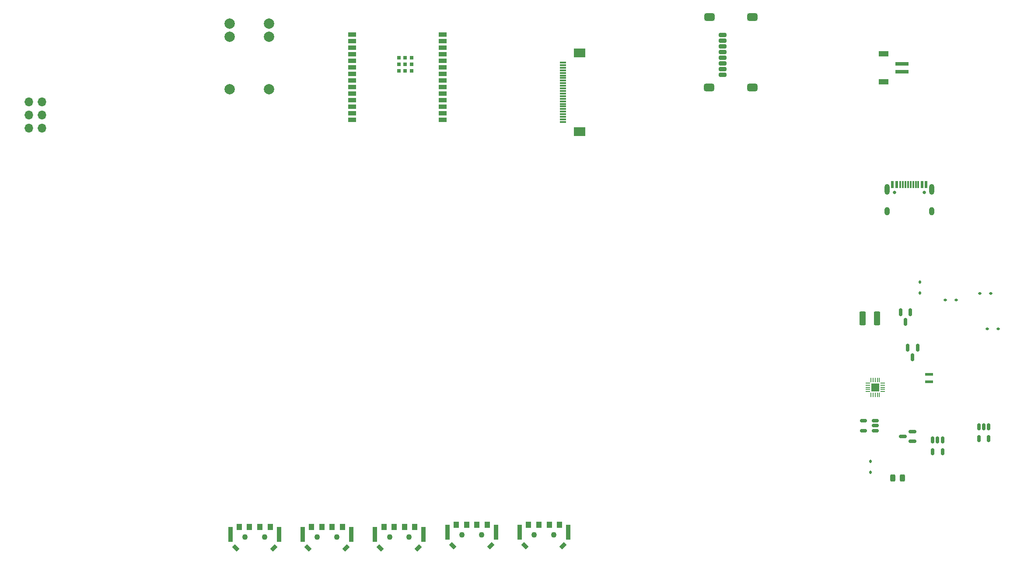
<source format=gbr>
%TF.GenerationSoftware,KiCad,Pcbnew,7.99.0-3193-g96f9f2c658*%
%TF.CreationDate,2023-10-14T12:34:30+01:00*%
%TF.ProjectId,hh2024,68683230-3234-42e6-9b69-6361645f7063,rev?*%
%TF.SameCoordinates,Original*%
%TF.FileFunction,Soldermask,Bot*%
%TF.FilePolarity,Negative*%
%FSLAX46Y46*%
G04 Gerber Fmt 4.6, Leading zero omitted, Abs format (unit mm)*
G04 Created by KiCad (PCBNEW 7.99.0-3193-g96f9f2c658) date 2023-10-14 12:34:30*
%MOMM*%
%LPD*%
G01*
G04 APERTURE LIST*
G04 Aperture macros list*
%AMRoundRect*
0 Rectangle with rounded corners*
0 $1 Rounding radius*
0 $2 $3 $4 $5 $6 $7 $8 $9 X,Y pos of 4 corners*
0 Add a 4 corners polygon primitive as box body*
4,1,4,$2,$3,$4,$5,$6,$7,$8,$9,$2,$3,0*
0 Add four circle primitives for the rounded corners*
1,1,$1+$1,$2,$3*
1,1,$1+$1,$4,$5*
1,1,$1+$1,$6,$7*
1,1,$1+$1,$8,$9*
0 Add four rect primitives between the rounded corners*
20,1,$1+$1,$2,$3,$4,$5,0*
20,1,$1+$1,$4,$5,$6,$7,0*
20,1,$1+$1,$6,$7,$8,$9,0*
20,1,$1+$1,$8,$9,$2,$3,0*%
%AMRotRect*
0 Rectangle, with rotation*
0 The origin of the aperture is its center*
0 $1 length*
0 $2 width*
0 $3 Rotation angle, in degrees counterclockwise*
0 Add horizontal line*
21,1,$1,$2,0,0,$3*%
G04 Aperture macros list end*
%ADD10C,2.000000*%
%ADD11O,1.700000X1.700000*%
%ADD12R,0.900000X3.000000*%
%ADD13RotRect,1.200000X0.800000X315.000000*%
%ADD14C,1.100000*%
%ADD15RotRect,1.200000X0.800000X45.000000*%
%ADD16R,1.000000X1.300000*%
%ADD17RoundRect,0.112500X-0.187500X-0.112500X0.187500X-0.112500X0.187500X0.112500X-0.187500X0.112500X0*%
%ADD18R,1.500000X0.900000*%
%ADD19R,0.800000X0.800000*%
%ADD20RoundRect,0.150000X0.587500X0.150000X-0.587500X0.150000X-0.587500X-0.150000X0.587500X-0.150000X0*%
%ADD21RoundRect,0.150000X-0.150000X0.587500X-0.150000X-0.587500X0.150000X-0.587500X0.150000X0.587500X0*%
%ADD22R,2.500000X0.700000*%
%ADD23R,1.900000X1.100000*%
%ADD24RoundRect,0.150000X-0.150000X0.512500X-0.150000X-0.512500X0.150000X-0.512500X0.150000X0.512500X0*%
%ADD25RoundRect,0.112500X0.187500X0.112500X-0.187500X0.112500X-0.187500X-0.112500X0.187500X-0.112500X0*%
%ADD26RoundRect,0.112500X-0.112500X0.187500X-0.112500X-0.187500X0.112500X-0.187500X0.112500X0.187500X0*%
%ADD27RoundRect,0.112500X0.112500X-0.187500X0.112500X0.187500X-0.112500X0.187500X-0.112500X-0.187500X0*%
%ADD28C,0.650000*%
%ADD29R,0.600000X1.450000*%
%ADD30R,0.300000X1.450000*%
%ADD31O,1.000000X1.600000*%
%ADD32O,1.000000X2.100000*%
%ADD33RoundRect,0.137500X0.662500X-0.137500X0.662500X0.137500X-0.662500X0.137500X-0.662500X-0.137500X0*%
%ADD34R,1.300000X0.300000*%
%ADD35R,2.200000X1.800000*%
%ADD36RoundRect,0.250000X-0.375000X-1.075000X0.375000X-1.075000X0.375000X1.075000X-0.375000X1.075000X0*%
%ADD37RoundRect,0.200000X-0.550000X0.200000X-0.550000X-0.200000X0.550000X-0.200000X0.550000X0.200000X0*%
%ADD38RoundRect,0.375000X-0.625000X0.375000X-0.625000X-0.375000X0.625000X-0.375000X0.625000X0.375000X0*%
%ADD39RoundRect,0.243750X0.243750X0.456250X-0.243750X0.456250X-0.243750X-0.456250X0.243750X-0.456250X0*%
%ADD40RoundRect,0.050000X-0.375000X-0.050000X0.375000X-0.050000X0.375000X0.050000X-0.375000X0.050000X0*%
%ADD41RoundRect,0.050000X-0.050000X-0.375000X0.050000X-0.375000X0.050000X0.375000X-0.050000X0.375000X0*%
%ADD42R,1.650000X1.650000*%
%ADD43RoundRect,0.150000X0.512500X0.150000X-0.512500X0.150000X-0.512500X-0.150000X0.512500X-0.150000X0*%
G04 APERTURE END LIST*
D10*
%TO.C,K1*%
X106931000Y-65415000D03*
X106931000Y-55255000D03*
X106931000Y-52715000D03*
X99311000Y-52715000D03*
X99311000Y-55255000D03*
X99311000Y-65415000D03*
%TD*%
D11*
%TO.C,J1*%
X60406000Y-67830000D03*
X62946000Y-67830000D03*
X60406000Y-70370000D03*
X62946000Y-70370000D03*
X60406000Y-72910000D03*
X62946000Y-72910000D03*
%TD*%
D12*
%TO.C,SW2*%
X113433000Y-151594000D03*
D13*
X114453000Y-154204000D03*
D14*
X116233000Y-152094000D03*
X120033000Y-152094000D03*
D15*
X121813000Y-154204000D03*
D12*
X122833000Y-151594000D03*
D16*
X115133000Y-150144000D03*
X121133000Y-150144000D03*
X117133000Y-150144000D03*
X119133000Y-150144000D03*
%TD*%
D17*
%TO.C,D2*%
X244522000Y-104971000D03*
X246622000Y-104971000D03*
%TD*%
D18*
%TO.C,U1*%
X140505000Y-54857000D03*
X140505000Y-56127000D03*
X140505000Y-57397000D03*
X140505000Y-58667000D03*
X140505000Y-59937000D03*
X140505000Y-61207000D03*
X140505000Y-62477000D03*
X140505000Y-63747000D03*
X140505000Y-65017000D03*
X140505000Y-66287000D03*
X140505000Y-67557000D03*
X140505000Y-68827000D03*
X140505000Y-70097000D03*
X140505000Y-71367000D03*
X123005000Y-71367000D03*
X123005000Y-70097000D03*
X123005000Y-68827000D03*
X123005000Y-67557000D03*
X123005000Y-66287000D03*
X123005000Y-65017000D03*
X123005000Y-63747000D03*
X123005000Y-62477000D03*
X123005000Y-61207000D03*
X123005000Y-59937000D03*
X123005000Y-58667000D03*
X123005000Y-57397000D03*
X123005000Y-56127000D03*
X123005000Y-54857000D03*
D19*
X134510000Y-61827000D03*
X134510000Y-60577000D03*
X134510000Y-59327000D03*
X133260000Y-61827000D03*
X133260000Y-60577000D03*
X133260000Y-59327000D03*
X132010000Y-61827000D03*
X132010000Y-60577000D03*
X132010000Y-59327000D03*
%TD*%
D20*
%TO.C,Q1*%
X231445000Y-131707000D03*
X231445000Y-133607000D03*
X229570000Y-132657000D03*
%TD*%
D21*
%TO.C,Q3*%
X230525000Y-115415000D03*
X232425000Y-115415000D03*
X231475000Y-117290000D03*
%TD*%
D22*
%TO.C,J5*%
X229434000Y-62033000D03*
X229434000Y-60533000D03*
D23*
X225834000Y-63983000D03*
X225834000Y-58583000D03*
%TD*%
D12*
%TO.C,SW4*%
X141445000Y-151160500D03*
D13*
X142465000Y-153770500D03*
D14*
X144245000Y-151660500D03*
X148045000Y-151660500D03*
D15*
X149825000Y-153770500D03*
D12*
X150845000Y-151160500D03*
D16*
X143145000Y-149710500D03*
X149145000Y-149710500D03*
X145145000Y-149710500D03*
X147145000Y-149710500D03*
%TD*%
D24*
%TO.C,U2*%
X244302000Y-130763000D03*
X245252000Y-130763000D03*
X246202000Y-130763000D03*
X246202000Y-133038000D03*
X244302000Y-133038000D03*
%TD*%
D25*
%TO.C,D3*%
X239925000Y-106241000D03*
X237825000Y-106241000D03*
%TD*%
D12*
%TO.C,SW1*%
X99433000Y-151594000D03*
D13*
X100453000Y-154204000D03*
D14*
X102233000Y-152094000D03*
X106033000Y-152094000D03*
D15*
X107813000Y-154204000D03*
D12*
X108833000Y-151594000D03*
D16*
X101133000Y-150144000D03*
X107133000Y-150144000D03*
X103133000Y-150144000D03*
X105133000Y-150144000D03*
%TD*%
D21*
%TO.C,Q2*%
X229128000Y-108557000D03*
X231028000Y-108557000D03*
X230078000Y-110432000D03*
%TD*%
D12*
%TO.C,SW3*%
X127433000Y-151594000D03*
D13*
X128453000Y-154204000D03*
D14*
X130233000Y-152094000D03*
X134033000Y-152094000D03*
D15*
X135813000Y-154204000D03*
D12*
X136833000Y-151594000D03*
D16*
X129133000Y-150144000D03*
X135133000Y-150144000D03*
X131133000Y-150144000D03*
X133133000Y-150144000D03*
%TD*%
D26*
%TO.C,D1*%
X223347000Y-137449000D03*
X223347000Y-139549000D03*
%TD*%
D27*
%TO.C,D4*%
X232872000Y-104878000D03*
X232872000Y-102778000D03*
%TD*%
D28*
%TO.C,J4*%
X233730000Y-85353000D03*
X227950000Y-85353000D03*
D29*
X234090000Y-83908000D03*
X233290000Y-83908000D03*
D30*
X232090000Y-83908000D03*
X231090000Y-83908000D03*
X230590000Y-83908000D03*
X229590000Y-83908000D03*
D29*
X228390000Y-83908000D03*
X227590000Y-83908000D03*
X227590000Y-83908000D03*
X228390000Y-83908000D03*
D30*
X229090000Y-83908000D03*
X230090000Y-83908000D03*
X231590000Y-83908000D03*
X232590000Y-83908000D03*
D29*
X233290000Y-83908000D03*
X234090000Y-83908000D03*
D31*
X235160000Y-89003000D03*
D32*
X235160000Y-84823000D03*
D31*
X226520000Y-89003000D03*
D32*
X226520000Y-84823000D03*
%TD*%
D33*
%TO.C,L1*%
X234650000Y-122079000D03*
X234650000Y-120629000D03*
%TD*%
D34*
%TO.C,J6*%
X163800000Y-60250000D03*
X163800000Y-60750000D03*
X163800000Y-61250000D03*
X163800000Y-61750000D03*
X163800000Y-62250000D03*
X163800000Y-62750000D03*
X163800000Y-63250000D03*
X163800000Y-63750000D03*
X163800000Y-64250000D03*
X163800000Y-64750000D03*
X163800000Y-65250000D03*
X163800000Y-65750000D03*
X163800000Y-66250000D03*
X163800000Y-66750000D03*
X163800000Y-67250000D03*
X163800000Y-67750000D03*
X163800000Y-68250000D03*
X163800000Y-68750000D03*
X163800000Y-69250000D03*
X163800000Y-69750000D03*
X163800000Y-70250000D03*
X163800000Y-70750000D03*
X163800000Y-71250000D03*
X163800000Y-71750000D03*
D35*
X167050000Y-58350000D03*
X167050000Y-73650000D03*
%TD*%
D24*
%TO.C,U3*%
X235351000Y-133297500D03*
X236301000Y-133297500D03*
X237251000Y-133297500D03*
X237251000Y-135572500D03*
X235351000Y-135572500D03*
%TD*%
D36*
%TO.C,L2*%
X221820000Y-109797000D03*
X224620000Y-109797000D03*
%TD*%
D17*
%TO.C,D25*%
X245919000Y-111829000D03*
X248019000Y-111829000D03*
%TD*%
D12*
%TO.C,SW5*%
X155445000Y-151160500D03*
D13*
X156465000Y-153770500D03*
D14*
X158245000Y-151660500D03*
X162045000Y-151660500D03*
D15*
X163825000Y-153770500D03*
D12*
X164845000Y-151160500D03*
D16*
X157145000Y-149710500D03*
X163145000Y-149710500D03*
X159145000Y-149710500D03*
X161145000Y-149710500D03*
%TD*%
D37*
%TO.C,J3*%
X194721000Y-54915000D03*
X194721000Y-56015000D03*
X194721000Y-57115000D03*
X194721000Y-58215000D03*
X194721000Y-59315000D03*
X194721000Y-60415000D03*
X194721000Y-61515000D03*
X194721000Y-62615000D03*
D38*
X192121000Y-65065000D03*
X200421000Y-65065000D03*
X192171000Y-51465000D03*
X200421000Y-51465000D03*
%TD*%
D39*
%TO.C,F1*%
X229491500Y-140658000D03*
X227616500Y-140658000D03*
%TD*%
D40*
%TO.C,U5*%
X225686000Y-122332000D03*
X225686000Y-122732000D03*
X225686000Y-123132000D03*
X225686000Y-123532000D03*
X225686000Y-123932000D03*
D41*
X225036000Y-124582000D03*
X224636000Y-124582000D03*
X224236000Y-124582000D03*
X223836000Y-124582000D03*
X223436000Y-124582000D03*
D40*
X222786000Y-123932000D03*
X222786000Y-123532000D03*
X222786000Y-123132000D03*
X222786000Y-122732000D03*
X222786000Y-122332000D03*
D41*
X223436000Y-121682000D03*
X223836000Y-121682000D03*
X224236000Y-121682000D03*
X224636000Y-121682000D03*
X225036000Y-121682000D03*
D42*
X224236000Y-123132000D03*
%TD*%
D43*
%TO.C,U4*%
X224225000Y-129614000D03*
X224225000Y-130564000D03*
X224225000Y-131514000D03*
X221950000Y-131514000D03*
X221950000Y-129614000D03*
%TD*%
M02*

</source>
